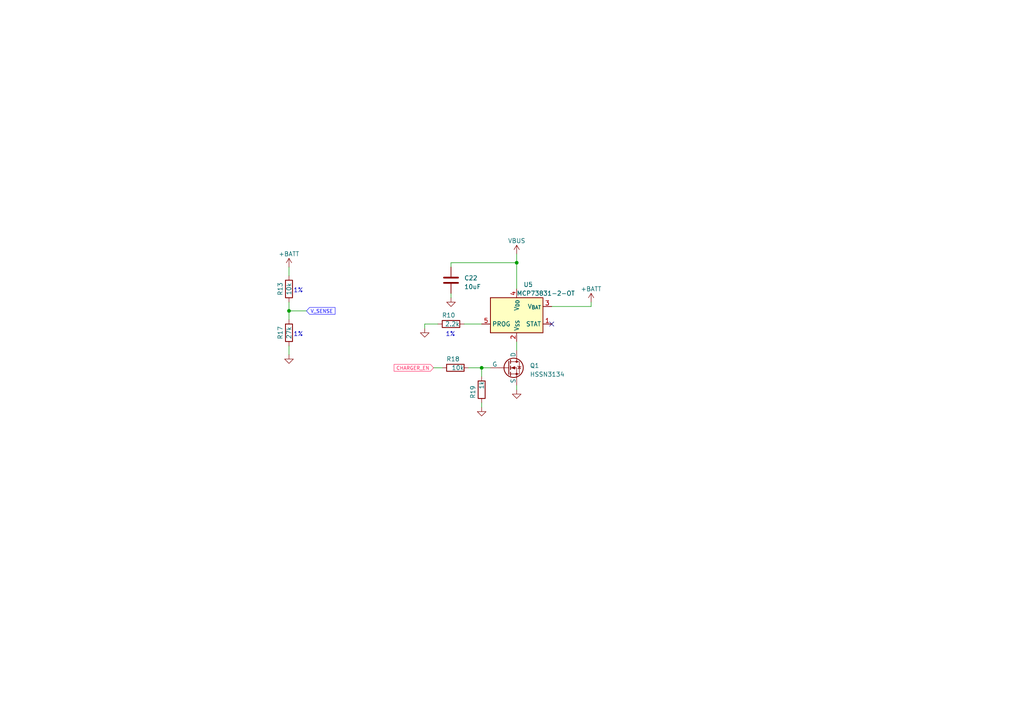
<source format=kicad_sch>
(kicad_sch (version 20230121) (generator eeschema)
  (paper "A4")
  (lib_symbols
    (symbol "Battery_Management:MCP73831-2-OT"
      (property "Reference" "U" (at -7.62 6.35 0))
      (property "Value" "MCP73831-2-OT" (at 1.27 6.35 0))
      (symbol "MCP73831-2-OT_0_1"
        (rectangle (start -7.62 5.08) (end 7.62 -5.08) (stroke (width 0.254)) (fill (type background)))
      )
      (symbol "MCP73831-2-OT_1_1"
        (pin output line (at 10.16 -2.54 180) (length 2.54) (name "STAT") (number "1"))
        (pin power_in line (at 0 -7.62 90) (length 2.54) (name "V_{SS}") (number "2"))
        (pin power_out line (at 10.16 2.54 180) (length 2.54) (name "V_{BAT}") (number "3"))
        (pin power_in line (at 0 7.62 270) (length 2.54) (name "V_{DD}") (number "4"))
        (pin input line (at -10.16 -2.54 0) (length 2.54) (name "PROG") (number "5"))
      )
    )
    (symbol "Device:C" (pin_numbers hide) (pin_names (offset 0.254))
      (property "Reference" "C" (at 0.635 2.54 0))
      (property "Value" "C" (at 0.635 -2.54 0))
      (symbol "C_0_1"
        (polyline (pts (xy -2.032 -0.762) (xy 2.032 -0.762)) (stroke (width 0.508)))
        (polyline (pts (xy -2.032 0.762) (xy 2.032 0.762)) (stroke (width 0.508)))
      )
      (symbol "C_1_1"
        (pin passive line (at 0 3.81 270) (length 2.794) (name "~") (number "1"))
        (pin passive line (at 0 -3.81 90) (length 2.794) (name "~") (number "2"))
      )
    )
    (symbol "Device:R" (pin_numbers hide) (pin_names (offset 0))
      (property "Reference" "R" (at 2.032 0 90))
      (property "Value" "R" (at 0 0 90))
      (symbol "R_0_1"
        (rectangle (start -1.016 -2.54) (end 1.016 2.54) (stroke (width 0.254)))
      )
      (symbol "R_1_1"
        (pin passive line (at 0 3.81 270) (length 1.27) (name "~") (number "1"))
        (pin passive line (at 0 -3.81 90) (length 1.27) (name "~") (number "2"))
      )
    )
    (symbol "Simulation_SPICE:NMOS" (pin_numbers hide) (pin_names (offset 0))
      (property "Reference" "Q" (at 5.08 1.27 0))
      (property "Value" "NMOS" (at 5.08 -1.27 0))
      (symbol "NMOS_0_1"
        (polyline (pts (xy 0.254 0) (xy -2.54 0)))
        (polyline (pts (xy 0.254 1.905) (xy 0.254 -1.905)) (stroke (width 0.254)))
        (polyline (pts (xy 0.762 -1.27) (xy 0.762 -2.286)) (stroke (width 0.254)))
        (polyline (pts (xy 0.762 0.508) (xy 0.762 -0.508)) (stroke (width 0.254)))
        (polyline (pts (xy 0.762 2.286) (xy 0.762 1.27)) (stroke (width 0.254)))
        (polyline (pts (xy 2.54 2.54) (xy 2.54 1.778)))
        (polyline (pts (xy 2.54 -2.54) (xy 2.54 0) (xy 0.762 0)))
        (polyline (pts (xy 0.762 -1.778) (xy 3.302 -1.778) (xy 3.302 1.778) (xy 0.762 1.778)))
        (polyline (pts (xy 1.016 0) (xy 2.032 0.381) (xy 2.032 -0.381) (xy 1.016 0)) (fill (type outline)))
        (polyline (pts (xy 2.794 0.508) (xy 2.921 0.381) (xy 3.683 0.381) (xy 3.81 0.254)))
        (polyline (pts (xy 3.302 0.381) (xy 2.921 -0.254) (xy 3.683 -0.254) (xy 3.302 0.381)))
        (circle (center 1.651 0) (radius 2.794) (stroke (width 0.254)))
        (circle (center 2.54 -1.778) (radius 0.254) (fill (type outline)))
        (circle (center 2.54 1.778) (radius 0.254) (fill (type outline)))
      )
      (symbol "NMOS_1_1"
        (pin passive line (at 2.54 5.08 270) (length 2.54) (name "D") (number "1"))
        (pin input line (at -5.08 0 0) (length 2.54) (name "G") (number "2"))
        (pin passive line (at 2.54 -5.08 90) (length 2.54) (name "S") (number "3"))
      )
    )
    (symbol "power:+BATT" (power) (pin_names (offset 0))
      (property "Value" "+BATT" (at 0 3.556 0))
      (symbol "+BATT_0_1"
        (polyline (pts (xy -0.762 1.27) (xy 0 2.54)))
        (polyline (pts (xy 0 0) (xy 0 2.54)))
        (polyline (pts (xy 0 2.54) (xy 0.762 1.27)))
      )
      (symbol "+BATT_1_1"
        (pin power_in line (at 0 0 90) (length 0) hide (name "+BATT") (number "1"))
      )
    )
    (symbol "power:GND" (power) (pin_names (offset 0))
      (property "Value" "GND" (at 0 -3.81 0))
      (symbol "GND_0_1"
        (polyline (pts (xy 0 0) (xy 0 -1.27) (xy 1.27 -1.27) (xy 0 -2.54) (xy -1.27 -1.27) (xy 0 -1.27)))
      )
      (symbol "GND_1_1"
        (pin power_in line (at 0 0 270) (length 0) hide (name "GND") (number "1"))
      )
    )
    (symbol "power:VBUS" (power) (pin_names (offset 0))
      (property "Value" "VBUS" (at 0 3.81 0))
      (symbol "VBUS_0_1"
        (polyline (pts (xy -0.762 1.27) (xy 0 2.54)))
        (polyline (pts (xy 0 0) (xy 0 2.54)))
        (polyline (pts (xy 0 2.54) (xy 0.762 1.27)))
      )
      (symbol "VBUS_1_1"
        (pin power_in line (at 0 0 90) (length 0) hide (name "VBUS") (number "1"))
      )
    )
  )
  (junction (at 139.7 106.68))
  (junction (at 149.86 76.2))
  (junction (at 83.82 90.17))
  (no_connect (at 160.02 93.98))
  (wire (pts (xy 134.62 93.98) (xy 139.7 93.98)))
  (wire (pts (xy 130.81 76.2) (xy 130.81 77.47)))
  (wire (pts (xy 139.7 106.68) (xy 142.24 106.68)))
  (wire (pts (xy 83.82 87.63) (xy 83.82 90.17)))
  (wire (pts (xy 125.73 106.68) (xy 128.27 106.68)))
  (wire (pts (xy 160.02 88.9) (xy 171.45 88.9)))
  (wire (pts (xy 149.86 73.66) (xy 149.86 76.2)))
  (wire (pts (xy 123.19 93.98) (xy 127 93.98)))
  (wire (pts (xy 149.86 76.2) (xy 149.86 83.82)))
  (wire (pts (xy 130.81 76.2) (xy 149.86 76.2)))
  (wire (pts (xy 88.9 90.17) (xy 83.82 90.17)))
  (wire (pts (xy 149.86 101.6) (xy 149.86 99.06)))
  (wire (pts (xy 139.7 116.84) (xy 139.7 118.11)))
  (wire (pts (xy 139.7 109.22) (xy 139.7 106.68)))
  (wire (pts (xy 83.82 90.17) (xy 83.82 92.71)))
  (wire (pts (xy 83.82 102.87) (xy 83.82 100.33)))
  (wire (pts (xy 171.45 88.9) (xy 171.45 87.63)))
  (wire (pts (xy 135.89 106.68) (xy 139.7 106.68)))
  (wire (pts (xy 83.82 77.47) (xy 83.82 80.01)))
  (wire (pts (xy 123.19 95.25) (xy 123.19 93.98)))
  (wire (pts (xy 130.81 86.36) (xy 130.81 85.09)))
  (wire (pts (xy 149.86 113.03) (xy 149.86 111.76)))
  (text "1%" (at 85.09 97.79 0) (effects (font (size 1.27 1.27)) (justify left bottom)))
  (text "1%" (at 132.08 97.79 0) (effects (font (size 1.27 1.27)) (justify right bottom)))
  (text "1%" (at 85.09 85.09 0) (effects (font (size 1.27 1.27)) (justify left bottom)))
  (global_label "CHARGER_EN" (shape input) (at 125.73 106.68 180) (effects (font (size 1 1))) (property "Intersheetrefs" "${INTERSHEET_REFS}" (effects hide)))
  (global_label "V_SENSE" (shape input) (at 88.9 90.17 0) (effects (font (size 1 1))) (property "Intersheetrefs" "${INTERSHEET_REFS}" (effects hide)))
  (symbol (lib_id "Device:R") (at 130.81 93.98 90) (unit 1)
    (property "Reference" "R10" (at 132.08 91.44 90) (effects (justify left)))
    (property "Value" "2.2k" (at 133.35 93.98 90) (effects (justify left)))
  )
  (symbol (lib_id "power:+BATT") (at 83.82 77.47 0) (unit 1)
    (property "Reference" "#PWR045" (effects hide))
    (property "Value" "+BATT" (at 83.82 73.66 0))
  )
  (symbol (lib_id "Simulation_SPICE:NMOS") (at 147.32 106.68 0) (unit 1)
    (property "Reference" "Q1" (at 153.67 106.045 0) (effects (justify left)))
    (property "Value" "HSSN3134" (at 153.67 108.585 0) (effects (justify left)))
    (property "Datasheet" "https://ngspice.sourceforge.io/docs/ngspice-manual.pdf" (effects hide))
    (property "Sim.Device" "NMOS" (effects hide))
    (property "Sim.Type" "VDMOS" (effects hide))
    (property "Sim.Pins" "1=D 2=G 3=S" (effects hide))
  )
  (symbol (lib_id "Device:R") (at 139.7 113.03 180) (unit 1)
    (property "Reference" "R19" (at 137.16 111.76 90) (effects (justify left)))
    (property "Value" "1k" (at 139.7 110.49 90) (effects (justify left)))
  )
  (symbol (lib_id "power:GND") (at 83.82 102.87 0) (unit 1)
    (property "Reference" "#PWR046" (effects hide))
    (property "Value" "GND" (effects hide))
  )
  (symbol (lib_id "power:VBUS") (at 149.86 73.66 0) (unit 1)
    (property "Reference" "#PWR04" (effects hide))
    (property "Value" "VBUS" (at 149.86 69.85 0))
    (instances (project "RP2040_SOS_band" (path "" (reference "#PWR04") (unit 1)) (path "" (reference "#PWR018") (unit 1)) (path "" (reference "#PWR042") (unit 1))))
  )
  (symbol (lib_id "Device:R") (at 83.82 96.52 0) (unit 1)
    (property "Reference" "R17" (at 81.28 96.52 90))
    (property "Value" "27k" (at 83.82 96.52 90))
  )
  (symbol (lib_id "Device:R") (at 132.08 106.68 90) (unit 1)
    (property "Reference" "R18" (at 133.35 104.14 90) (effects (justify left)))
    (property "Value" "10k" (at 134.62 106.68 90) (effects (justify left)))
  )
  (symbol (lib_id "power:GND") (at 123.19 95.25 0) (unit 1)
    (property "Reference" "#PWR047" (effects hide))
    (property "Value" "GND" (effects hide))
  )
  (symbol (lib_id "power:GND") (at 149.86 113.03 0) (unit 1)
    (property "Reference" "#PWR048" (effects hide))
    (property "Value" "GND" (effects hide))
  )
  (symbol (lib_id "Device:R") (at 83.82 83.82 0) (unit 1)
    (property "Reference" "R13" (at 81.28 83.82 90))
    (property "Value" "10k" (at 83.82 83.82 90))
  )
  (symbol (lib_id "power:GND") (at 139.7 118.11 0) (unit 1)
    (property "Reference" "#PWR050" (effects hide))
    (property "Value" "GND" (effects hide))
  )
  (symbol (lib_id "power:+BATT") (at 171.45 87.63 0) (unit 1)
    (property "Reference" "#PWR049" (effects hide))
    (property "Value" "+BATT" (at 171.45 83.82 0))
  )
  (symbol (lib_id "power:GND") (at 130.81 86.36 0) (unit 1)
    (property "Reference" "#PWR043" (effects hide))
    (property "Value" "GND" (effects hide))
  )
  (symbol (lib_id "Battery_Management:MCP73831-2-OT") (at 149.86 91.44 0) (unit 1)
    (property "Reference" "U5" (at 151.8159 82.55 0) (effects (justify left)))
    (property "Value" "MCP73831-2-OT" (at 149.86 85.09 0) (effects (justify left)))
    (property "Footprint" "Package_TO_SOT_SMD:SOT-23-5" (effects hide))
    (property "Datasheet" "http://ww1.microchip.com/downloads/en/DeviceDoc/20001984g.pdf" (effects hide))
  )
  (symbol (lib_id "Device:C") (at 130.81 81.28 180) (unit 1)
    (property "Reference" "C22" (at 134.62 80.645 0) (effects (justify right)))
    (property "Value" "10uF" (at 134.62 83.185 0) (effects (justify right)))
  )
)
</source>
